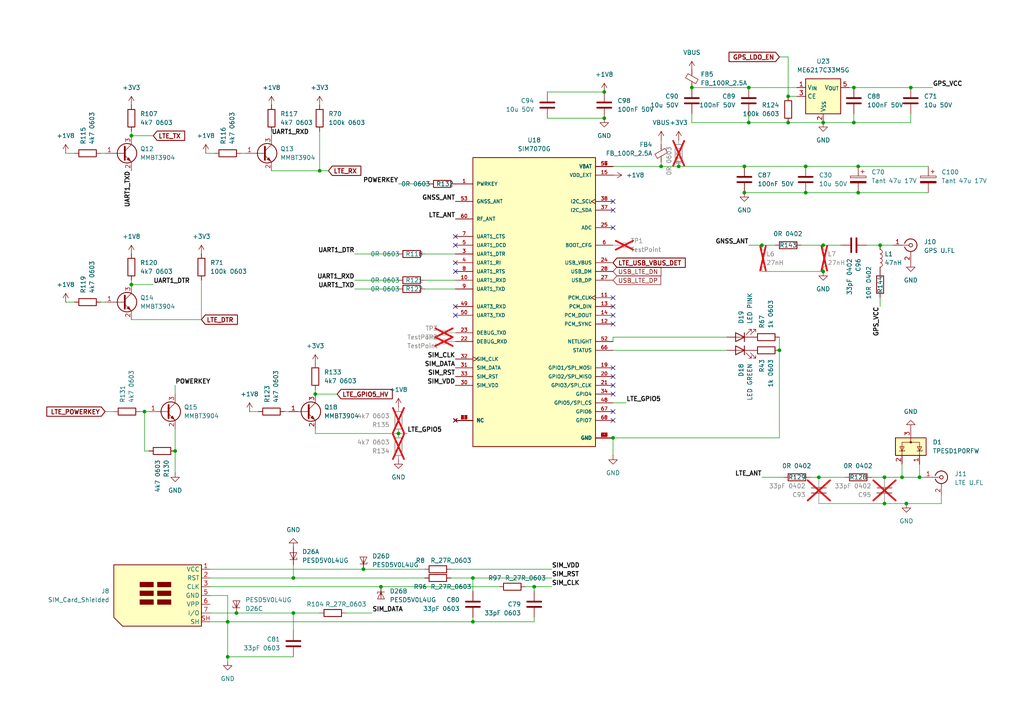
<source format=kicad_sch>
(kicad_sch (version 20250114) (generator "eeschema") (generator_version "9.0")
  (paper "A4")
  (title_block (title "VehicleMan") (date "2025-03-04") (rev "0") (company "©CC-BY-NC"))
  (junction (at 92.71 49.53))
  (junction (at 256.54 138.43))
  (junction (at 66.04 190.5))
  (junction (at 85.09 167.64))
  (junction (at 154.94 170.18))
  (junction (at 38.1 82.55))
  (junction (at 247.65 25.4))
  (junction (at 50.8 130.81))
  (junction (at 238.76 35.56))
  (junction (at 91.44 114.3))
  (junction (at 220.98 71.12))
  (junction (at 38.1 39.37))
  (junction (at 175.26 26.67))
  (junction (at 237.49 138.43))
  (junction (at 105.41 165.1))
  (junction (at 228.6 27.94))
  (junction (at 238.76 78.74))
  (junction (at 226.06 101.6))
  (junction (at 41.91 119.38))
  (junction (at 262.89 146.05))
  (junction (at 233.68 48.26))
  (junction (at 247.65 35.56))
  (junction (at 137.16 167.64))
  (junction (at 68.58 177.8))
  (junction (at 256.54 146.05))
  (junction (at 238.76 71.12))
  (junction (at 215.9 48.26))
  (junction (at 85.09 177.8))
  (junction (at 228.6 35.56))
  (junction (at 261.62 138.43))
  (junction (at 248.92 48.26))
  (junction (at 255.27 71.12))
  (junction (at 233.68 55.88))
  (junction (at 264.16 25.4))
  (junction (at 66.04 180.34))
  (junction (at 115.57 125.73))
  (junction (at 217.17 25.4))
  (junction (at 110.49 170.18))
  (junction (at 248.92 55.88))
  (junction (at 137.16 180.34))
  (junction (at 217.17 35.56))
  (junction (at 191.77 48.26))
  (junction (at 177.8 127))
  (junction (at 200.66 25.4))
  (junction (at 215.9 55.88))
  (junction (at 175.26 34.29))
  (junction (at 266.7 138.43))
  (junction (at 196.85 48.26))
  (no_connect (at 177.8 66.04))
  (no_connect (at 177.8 111.76))
  (no_connect (at 177.8 93.98))
  (no_connect (at 177.8 88.9))
  (no_connect (at 132.08 88.9))
  (no_connect (at 177.8 86.36))
  (no_connect (at 132.08 78.74))
  (no_connect (at 177.8 121.92))
  (no_connect (at 132.08 121.92))
  (no_connect (at 132.08 68.58))
  (no_connect (at 177.8 114.3))
  (no_connect (at 132.08 91.44))
  (no_connect (at 177.8 119.38))
  (no_connect (at 177.8 106.68))
  (no_connect (at 177.8 58.42))
  (no_connect (at 177.8 109.22))
  (no_connect (at 132.08 71.12))
  (no_connect (at 177.8 60.96))
  (no_connect (at 132.08 76.2))
  (no_connect (at 177.8 91.44))
  (wire (pts (xy 237.49 138.43) (xy 245.11 138.43)))
  (wire (pts (xy 92.71 49.53) (xy 95.25 49.53)))
  (wire (pts (xy 137.16 167.64) (xy 160.02 167.64)))
  (wire (pts (xy 217.17 71.12) (xy 220.98 71.12)))
  (wire (pts (xy 217.17 25.4) (xy 231.14 25.4)))
  (wire (pts (xy 177.8 127) (xy 177.8 132.08)))
  (wire (pts (xy 78.74 49.53) (xy 92.71 49.53)))
  (wire (pts (xy 82.55 119.38) (xy 83.82 119.38)))
  (wire (pts (xy 226.06 16.51) (xy 228.6 16.51)))
  (wire (pts (xy 177.8 116.84) (xy 181.61 116.84)))
  (wire (pts (xy 247.65 35.56) (xy 238.76 35.56)))
  (wire (pts (xy 226.06 101.6) (xy 226.06 127)))
  (wire (pts (xy 233.68 48.26) (xy 248.92 48.26)))
  (wire (pts (xy 38.1 38.1) (xy 38.1 39.37)))
  (wire (pts (xy 228.6 27.94) (xy 231.14 27.94)))
  (wire (pts (xy 264.16 35.56) (xy 247.65 35.56)))
  (wire (pts (xy 255.27 88.9) (xy 255.27 86.36)))
  (wire (pts (xy 237.49 146.05) (xy 256.54 146.05)))
  (wire (pts (xy 50.8 111.76) (xy 50.8 114.3)))
  (wire (pts (xy 264.16 25.4) (xy 270.51 25.4)))
  (wire (pts (xy 58.42 81.28) (xy 58.42 92.71)))
  (wire (pts (xy 175.26 26.67) (xy 158.75 26.67)))
  (wire (pts (xy 66.04 190.5) (xy 85.09 190.5)))
  (wire (pts (xy 100.33 177.8) (xy 107.95 177.8)))
  (wire (pts (xy 217.17 35.56) (xy 228.6 35.56)))
  (wire (pts (xy 68.58 177.8) (xy 85.09 177.8)))
  (wire (pts (xy 160.02 170.18) (xy 154.94 170.18)))
  (wire (pts (xy 228.6 35.56) (xy 238.76 35.56)))
  (wire (pts (xy 215.9 48.26) (xy 233.68 48.26)))
  (wire (pts (xy 50.8 124.46) (xy 50.8 130.81)))
  (wire (pts (xy 217.17 33.02) (xy 217.17 35.56)))
  (wire (pts (xy 110.49 170.18) (xy 144.78 170.18)))
  (wire (pts (xy 66.04 190.5) (xy 66.04 180.34)))
  (wire (pts (xy 266.7 138.43) (xy 267.97 138.43)))
  (wire (pts (xy 248.92 55.88) (xy 269.24 55.88)))
  (wire (pts (xy 105.41 165.1) (xy 123.19 165.1)))
  (wire (pts (xy 85.09 167.64) (xy 123.19 167.64)))
  (wire (pts (xy 137.16 167.64) (xy 137.16 171.45)))
  (wire (pts (xy 19.05 44.45) (xy 21.59 44.45)))
  (wire (pts (xy 115.57 125.73) (xy 118.11 125.73)))
  (wire (pts (xy 78.74 38.1) (xy 78.74 39.37)))
  (wire (pts (xy 154.94 171.45) (xy 154.94 170.18)))
  (wire (pts (xy 252.73 138.43) (xy 256.54 138.43)))
  (wire (pts (xy 38.1 81.28) (xy 38.1 82.55)))
  (wire (pts (xy 60.96 172.72) (xy 66.04 172.72)))
  (wire (pts (xy 60.96 165.1) (xy 105.41 165.1)))
  (wire (pts (xy 40.64 119.38) (xy 41.91 119.38)))
  (wire (pts (xy 59.69 44.45) (xy 62.23 44.45)))
  (wire (pts (xy 177.8 48.26) (xy 191.77 48.26)))
  (wire (pts (xy 92.71 38.1) (xy 92.71 49.53)))
  (wire (pts (xy 234.95 138.43) (xy 237.49 138.43)))
  (wire (pts (xy 102.87 81.28) (xy 115.57 81.28)))
  (wire (pts (xy 85.09 163.83) (xy 85.09 167.64)))
  (wire (pts (xy 137.16 179.07) (xy 137.16 180.34)))
  (wire (pts (xy 191.77 48.26) (xy 196.85 48.26)))
  (wire (pts (xy 266.7 134.62) (xy 266.7 138.43)))
  (wire (pts (xy 123.19 73.66) (xy 132.08 73.66)))
  (wire (pts (xy 191.77 40.64) (xy 191.77 41.91)))
  (wire (pts (xy 273.05 146.05) (xy 262.89 146.05)))
  (wire (pts (xy 85.09 177.8) (xy 92.71 177.8)))
  (wire (pts (xy 30.48 119.38) (xy 33.02 119.38)))
  (wire (pts (xy 220.98 78.74) (xy 238.76 78.74)))
  (wire (pts (xy 60.96 167.64) (xy 85.09 167.64)))
  (wire (pts (xy 246.38 25.4) (xy 247.65 25.4)))
  (wire (pts (xy 60.96 177.8) (xy 68.58 177.8)))
  (wire (pts (xy 72.39 119.38) (xy 74.93 119.38)))
  (wire (pts (xy 38.1 92.71) (xy 58.42 92.71)))
  (wire (pts (xy 196.85 48.26) (xy 215.9 48.26)))
  (wire (pts (xy 115.57 53.34) (xy 124.46 53.34)))
  (wire (pts (xy 220.98 71.12) (xy 224.79 71.12)))
  (wire (pts (xy 255.27 71.12) (xy 259.08 71.12)))
  (wire (pts (xy 43.18 130.81) (xy 41.91 130.81)))
  (wire (pts (xy 19.05 87.63) (xy 21.59 87.63)))
  (wire (pts (xy 256.54 138.43) (xy 261.62 138.43)))
  (wire (pts (xy 261.62 138.43) (xy 266.7 138.43)))
  (wire (pts (xy 152.4 170.18) (xy 154.94 170.18)))
  (wire (pts (xy 91.44 125.73) (xy 91.44 124.46)))
  (wire (pts (xy 154.94 179.07) (xy 154.94 180.34)))
  (wire (pts (xy 69.85 44.45) (xy 71.12 44.45)))
  (wire (pts (xy 200.66 25.4) (xy 217.17 25.4)))
  (wire (pts (xy 200.66 35.56) (xy 217.17 35.56)))
  (wire (pts (xy 233.68 55.88) (xy 248.92 55.88)))
  (wire (pts (xy 273.05 146.05) (xy 273.05 143.51)))
  (wire (pts (xy 264.16 33.02) (xy 264.16 35.56)))
  (wire (pts (xy 251.46 71.12) (xy 255.27 71.12)))
  (wire (pts (xy 102.87 83.82) (xy 115.57 83.82)))
  (wire (pts (xy 228.6 16.51) (xy 228.6 27.94)))
  (wire (pts (xy 232.41 71.12) (xy 238.76 71.12)))
  (wire (pts (xy 261.62 134.62) (xy 261.62 138.43)))
  (wire (pts (xy 29.21 87.63) (xy 30.48 87.63)))
  (wire (pts (xy 177.8 101.6) (xy 210.82 101.6)))
  (wire (pts (xy 210.82 97.79) (xy 177.8 97.79)))
  (wire (pts (xy 226.06 97.79) (xy 226.06 101.6)))
  (wire (pts (xy 256.54 146.05) (xy 262.89 146.05)))
  (wire (pts (xy 247.65 25.4) (xy 264.16 25.4)))
  (wire (pts (xy 66.04 180.34) (xy 137.16 180.34)))
  (wire (pts (xy 85.09 177.8) (xy 85.09 182.88)))
  (wire (pts (xy 130.81 165.1) (xy 160.02 165.1)))
  (wire (pts (xy 91.44 113.03) (xy 91.44 114.3)))
  (wire (pts (xy 137.16 180.34) (xy 154.94 180.34)))
  (wire (pts (xy 220.98 138.43) (xy 227.33 138.43)))
  (wire (pts (xy 60.96 180.34) (xy 66.04 180.34)))
  (wire (pts (xy 29.21 44.45) (xy 30.48 44.45)))
  (wire (pts (xy 41.91 119.38) (xy 43.18 119.38)))
  (wire (pts (xy 130.81 167.64) (xy 137.16 167.64)))
  (wire (pts (xy 60.96 170.18) (xy 110.49 170.18)))
  (wire (pts (xy 191.77 46.99) (xy 191.77 48.26)))
  (wire (pts (xy 38.1 82.55) (xy 44.45 82.55)))
  (wire (pts (xy 91.44 125.73) (xy 115.57 125.73)))
  (wire (pts (xy 38.1 39.37) (xy 44.45 39.37)))
  (wire (pts (xy 102.87 73.66) (xy 115.57 73.66)))
  (wire (pts (xy 226.06 127) (xy 177.8 127)))
  (wire (pts (xy 91.44 114.3) (xy 97.79 114.3)))
  (wire (pts (xy 215.9 55.88) (xy 233.68 55.88)))
  (wire (pts (xy 66.04 191.77) (xy 66.04 190.5)))
  (wire (pts (xy 200.66 33.02) (xy 200.66 35.56)))
  (wire (pts (xy 123.19 81.28) (xy 132.08 81.28)))
  (wire (pts (xy 177.8 97.79) (xy 177.8 99.06)))
  (wire (pts (xy 41.91 130.81) (xy 41.91 119.38)))
  (wire (pts (xy 50.8 130.81) (xy 50.8 137.16)))
  (wire (pts (xy 248.92 48.26) (xy 269.24 48.26)))
  (wire (pts (xy 247.65 33.02) (xy 247.65 35.56)))
  (wire (pts (xy 66.04 172.72) (xy 66.04 180.34)))
  (wire (pts (xy 158.75 34.29) (xy 175.26 34.29)))
  (wire (pts (xy 123.19 83.82) (xy 132.08 83.82)))
  (wire (pts (xy 238.76 71.12) (xy 243.84 71.12)))
  (label "SIM_RST" (at 132.08 109.22 180) (effects (font (thickness 0.254) (bold yes))))
  (label "GNSS_ANT" (at 132.08 58.42 180) (effects (font (thickness 0.254) (bold yes))))
  (label "GPS_VCC" (at 270.51 25.4 0) (effects (font (thickness 0.254) (bold yes))))
  (label "SIM_CLK" (at 132.08 104.14 180) (effects (font (thickness 0.254) (bold yes))))
  (label "SIM_CLK" (at 160.02 170.18 0) (effects (font (thickness 0.254) (bold yes))))
  (label "LTE_GPIO5" (at 181.61 116.84 0) (effects (font (thickness 0.254) (bold yes))))
  (label "GPS_VCC" (at 255.27 88.9 270) (effects (font (thickness 0.254) (bold yes))))
  (label "LTE_ANT" (at 132.08 63.5 180) (effects (font (thickness 0.254) (bold yes))))
  (label "UART1_TXD" (at 102.87 83.82 180) (effects (font (thickness 0.254) (bold yes))))
  (label "SIM_DATA" (at 132.08 106.68 180) (effects (font (thickness 0.254) (bold yes))))
  (label "SIM_DATA" (at 107.95 177.8 0) (effects (font (thickness 0.254) (bold yes))))
  (label "GNSS_ANT" (at 217.17 71.12 180) (effects (font (thickness 0.254) (bold yes))))
  (label "POWERKEY" (at 50.8 111.76 0) (effects (font (thickness 0.254) (bold yes))))
  (label "SIM_VDD" (at 132.08 111.76 180) (effects (font (thickness 0.254) (bold yes))))
  (label "LTE_GPIO5" (at 118.11 125.73 0) (effects (font (thickness 0.254) (bold yes))))
  (label "POWERKEY" (at 115.57 53.34 180) (effects (font (thickness 0.254) (bold yes))))
  (label "UART1_TXD" (at 38.1 49.53 270) (effects (font (thickness 0.254) (bold yes))))
  (label "LTE_ANT" (at 220.98 138.43 180) (effects (font (thickness 0.254) (bold yes))))
  (label "UART1_DTR" (at 102.87 73.66 180) (effects (font (thickness 0.254) (bold yes))))
  (label "SIM_RST" (at 160.02 167.64 0) (effects (font (thickness 0.254) (bold yes))))
  (label "UART1_DTR" (at 44.45 82.55 0) (effects (font (thickness 0.254) (bold yes))))
  (label "UART1_RXD" (at 102.87 81.28 180) (effects (font (thickness 0.254) (bold yes))))
  (label "UART1_RXD" (at 78.74 39.37 0) (effects (font (thickness 0.254) (bold yes))))
  (label "SIM_VDD" (at 160.02 165.1 0) (effects (font (thickness 0.254) (bold yes))))
  (global_label "LTE_TX" (shape input) (at 44.45 39.37 0) (effects (font (thickness 0.254) (bold yes))) (property "Intersheetrefs" "${INTERSHEET_REFS}" (effects (hide yes))))
  (global_label "GPS_LDO_EN" (shape input) (at 226.06 16.51 180) (effects (font (thickness 0.254) (bold yes))) (property "Intersheetrefs" "${INTERSHEET_REFS}" (effects (hide yes))))
  (global_label "USB_LTE_DP" (shape input) (at 177.8 81.28 0) (property "Intersheetrefs" "${INTERSHEET_REFS}" (effects (hide yes))))
  (global_label "LTE_RX" (shape input) (at 95.25 49.53 0) (effects (font (thickness 0.254) (bold yes))) (property "Intersheetrefs" "${INTERSHEET_REFS}" (effects (hide yes))))
  (global_label "LTE_DTR" (shape input) (at 58.42 92.71 0) (effects (font (thickness 0.254) (bold yes))) (property "Intersheetrefs" "${INTERSHEET_REFS}" (effects (hide yes))))
  (global_label "LTE_USB_VBUS_DET" (shape input) (at 177.8 76.2 0) (effects (font (thickness 0.254) (bold yes))) (property "Intersheetrefs" "${INTERSHEET_REFS}" (effects (hide yes))))
  (global_label "USB_LTE_DN" (shape input) (at 177.8 78.74 0) (property "Intersheetrefs" "${INTERSHEET_REFS}" (effects (hide yes))))
  (global_label "LTE_GPIO5_HV" (shape input) (at 97.79 114.3 0) (effects (font (thickness 0.254) (bold yes))) (property "Intersheetrefs" "${INTERSHEET_REFS}" (effects (hide yes))))
  (global_label "LTE_POWERKEY" (shape input) (at 30.48 119.38 180) (effects (font (thickness 0.254) (bold yes))) (property "Intersheetrefs" "${INTERSHEET_REFS}" (effects (hide yes))))
  (symbol (lib_id "power:GND") (at 238.76 35.56 0) (unit 1)
    (property "Reference" "#PWR0111" (effects (hide yes)))
    (property "Value" "GND" (at 238.76 40.64 0))
    (property "Description" "Power symbol creates a global label with name \"GND\" , ground" (effects (hide yes)))
  )
  (symbol (lib_id "Device:R") (at 255.27 82.55 0) (unit 1)
    (property "Reference" "R144" (at 255.27 85.09 90) (effects (justify left)))
    (property "Value" "10R 0402" (at 251.968 86.868 90) (effects (justify left)))
    (property "Footprint" "Resistor_SMD:R_0402_1005Metric" (effects (hide yes)))
    (property "Description" "Resistor" (effects (hide yes)))
    (property "LCSC" "C22859" (effects (hide yes)))
  )
  (symbol (lib_id "Device:L") (at 220.98 74.93 0) (unit 1) (dnp yes)
    (property "Reference" "L6" (at 222.25 73.6599 0) (effects (justify left)))
    (property "Value" "27nH" (at 222.25 76.1999 0) (effects (justify left)))
    (property "Footprint" "Inductor_SMD:L_0402_1005Metric" (effects (hide yes)))
    (property "Description" "Inductor" (effects (hide yes)))
    (property "LCSC" "C12669" (effects (hide yes)))
  )
  (symbol (lib_id "power:+1V8") (at 115.57 118.11 0) (unit 1)
    (property "Reference" "#PWR0133" (effects (hide yes)))
    (property "Value" "+1V8" (at 115.57 113.03 0))
    (property "Description" "Power symbol creates a global label with name \"+1V8\"" (effects (hide yes)))
  )
  (symbol (lib_id "power:+1V8") (at 177.8 50.8 270) (unit 1)
    (property "Reference" "#PWR081" (effects (hide yes)))
    (property "Value" "+1V8" (at 181.61 50.7999 90) (effects (justify left)))
    (property "Description" "Power symbol creates a global label with name \"+1V8\"" (effects (hide yes)))
  )
  (symbol (lib_id "Power_Protection:PESD5V0L4UG") (at 68.58 175.26 270) (mirror x) (unit 3)
    (property "Reference" "D26" (at 71.12 176.5301 90) (effects (justify left)))
    (property "Value" "PESD5V0L4UG" (at 71.12 173.9901 90) (effects (justify left)))
    (property "Footprint" "Package_TO_SOT_SMD:SOT-353_SC-70-5" (effects (hide yes)))
    (property "Datasheet" "https://assets.nexperia.com/documents/data-sheet/PESDXL4UF_G_W.pdf" (effects (hide yes)))
    (property "Description" "Low capacitance unidirectional quadruple ESD protection diode array, 5.0V, Common Anode, SOT-353" (effects (hide yes)))
    (property "LCSC" "C5116450" (effects (hide yes)))
  )
  (symbol (lib_id "Power_Protection:PESD5V0L4UG") (at 85.09 161.29 90) (unit 1)
    (property "Reference" "D26" (at 87.63 160.0199 90) (effects (justify right)))
    (property "Value" "PESD5V0L4UG" (at 87.63 162.5599 90) (effects (justify right)))
    (property "Footprint" "Package_TO_SOT_SMD:SOT-353_SC-70-5" (effects (hide yes)))
    (property "Datasheet" "https://assets.nexperia.com/documents/data-sheet/PESDXL4UF_G_W.pdf" (effects (hide yes)))
    (property "Description" "Low capacitance unidirectional quadruple ESD protection diode array, 5.0V, Common Anode, SOT-353" (effects (hide yes)))
    (property "LCSC" "C5116450" (effects (hide yes)))
  )
  (symbol (lib_id "Device:R") (at 38.1 34.29 0) (unit 1)
    (property "Reference" "R107" (at 40.64 33.0199 0) (effects (justify left)))
    (property "Value" "4k7 0603" (at 40.64 35.5599 0) (effects (justify left)))
    (property "Footprint" "Resistor_SMD:R_0603_1608Metric" (effects (hide yes)))
    (property "Description" "Resistor" (effects (hide yes)))
    (property "LCSC" "C99782" (effects (hide yes)))
  )
  (symbol (lib_id "Device:R") (at 115.57 129.54 180) (unit 1) (dnp yes)
    (property "Reference" "R134" (at 113.03 130.8101 0) (effects (justify left)))
    (property "Value" "4k7 0603" (at 113.03 128.2701 0) (effects (justify left)))
    (property "Footprint" "Resistor_SMD:R_0603_1608Metric" (effects (hide yes)))
    (property "Description" "Resistor" (effects (hide yes)))
    (property "LCSC" "C99782" (effects (hide yes)))
  )
  (symbol (lib_id "Device:C") (at 217.17 29.21 0) (unit 1)
    (property "Reference" "C89" (at 213.36 27.9399 0) (effects (justify right)))
    (property "Value" "100nF 50V" (at 213.36 30.4799 0) (effects (justify right)))
    (property "Footprint" "Capacitor_SMD:C_0603_1608Metric" (effects (hide yes)))
    (property "Description" "Unpolarized capacitor" (effects (hide yes)))
    (property "LCSC" "C14663" (effects (hide yes)))
  )
  (symbol (lib_id "Device:C") (at 200.66 29.21 0) (mirror y) (unit 1)
    (property "Reference" "C90" (at 196.85 27.9399 0) (effects (justify left)))
    (property "Value" "10u 50V" (at 196.85 30.4799 0) (effects (justify left)))
    (property "Footprint" "Capacitor_SMD:C_1206_3216Metric" (effects (hide yes)))
    (property "Description" "Unpolarized capacitor" (effects (hide yes)))
    (property "LCSC" "C13585" (effects (hide yes)))
  )
  (symbol (lib_id "Device:R") (at 119.38 73.66 270) (unit 1)
    (property "Reference" "R118" (at 117.602 73.66 90) (effects (justify left)))
    (property "Value" "0R 0603" (at 107.442 73.66 90) (effects (justify left)))
    (property "Footprint" "Resistor_SMD:R_0603_1608Metric" (effects (hide yes)))
    (property "Description" "Resistor" (effects (hide yes)))
    (property "LCSC" "C21189" (effects (hide yes)))
  )
  (symbol (lib_id "power:GND") (at 177.8 132.08 0) (unit 1)
    (property "Reference" "#PWR080" (effects (hide yes)))
    (property "Value" "GND" (at 177.8 137.16 0))
    (property "Description" "Power symbol creates a global label with name \"GND\" , ground" (effects (hide yes)))
  )
  (symbol (lib_id "Device:LED") (at 214.63 101.6 0) (mirror y) (unit 1)
    (property "Reference" "D18" (at 214.9474 105.41 90) (effects (justify right)))
    (property "Value" "LED GREEN" (at 217.4874 105.41 90) (effects (justify right)))
    (property "Footprint" "LED_SMD:LED_0805_2012Metric" (effects (hide yes)))
    (property "Description" "Light emitting diode" (effects (hide yes)))
    (property "Sim.Pins" "1=K 2=A" (effects (hide yes)))
    (property "LCSC" "C5875740" (effects (hide yes)))
  )
  (symbol (lib_id "Connector:Conn_Coaxial") (at 273.05 138.43 0) (unit 1)
    (property "Reference" "J11" (at 276.86 137.4531 0) (effects (justify left)))
    (property "Value" "LTE U.FL" (at 276.86 139.9931 0) (effects (justify left)))
    (property "Footprint" "Connector_Coaxial:U.FL_Hirose_U.FL-R-SMT-1_Vertical" (effects (hide yes)))
    (property "Datasheet" "https://www.lcsc.com/datasheet/lcsc_datasheet_2409272231_BAT-WIRELESS-BWIPX-1-001E_C496552.pdf" (effects (hide yes)))
    (property "Description" "coaxial connector (BNC, SMA, SMB, SMC, Cinch/RCA, LEMO, ...)" (effects (hide yes)))
    (property "LCSC" "C496552" (effects (hide yes)))
  )
  (symbol (lib_id "Power_Protection:PESD5V0L4UG") (at 105.41 162.56 90) (unit 4)
    (property "Reference" "D26" (at 107.95 161.2899 90) (effects (justify right)))
    (property "Value" "PESD5V0L4UG" (at 107.95 163.8299 90) (effects (justify right)))
    (property "Footprint" "Package_TO_SOT_SMD:SOT-353_SC-70-5" (effects (hide yes)))
    (property "Datasheet" "https://assets.nexperia.com/documents/data-sheet/PESDXL4UF_G_W.pdf" (effects (hide yes)))
    (property "Description" "Low capacitance unidirectional quadruple ESD protection diode array, 5.0V, Common Anode, SOT-353" (effects (hide yes)))
    (property "LCSC" "C5116450" (effects (hide yes)))
  )
  (symbol (lib_id "power:GND") (at 215.9 55.88 0) (unit 1)
    (property "Reference" "#PWR0110" (effects (hide yes)))
    (property "Value" "GND" (at 215.9 60.96 0))
    (property "Description" "Power symbol creates a global label with name \"GND\" , ground" (effects (hide yes)))
  )
  (symbol (lib_id "Device:LED") (at 214.63 97.79 180) (unit 1)
    (property "Reference" "D19" (at 214.9474 93.98 90) (effects (justify right)))
    (property "Value" "LED PINK" (at 217.4874 93.98 90) (effects (justify right)))
    (property "Footprint" "LED_SMD:LED_0805_2012Metric" (effects (hide yes)))
    (property "Description" "Light emitting diode" (effects (hide yes)))
    (property "Sim.Pins" "1=K 2=A" (effects (hide yes)))
    (property "LCSC" "C965821" (effects (hide yes)))
  )
  (symbol (lib_id "power:+1V8") (at 175.26 26.67 0) (unit 1)
    (property "Reference" "#PWR0117" (effects (hide yes)))
    (property "Value" "+1V8" (at 175.26 21.59 0))
    (property "Description" "Power symbol creates a global label with name \"+1V8\"" (effects (hide yes)))
  )
  (symbol (lib_id "Transistor_BJT:MMBT3904") (at 35.56 87.63 0) (unit 1)
    (property "Reference" "Q14" (at 40.64 86.3599 0) (effects (justify left)))
    (property "Value" "MMBT3904" (at 40.64 88.8999 0) (effects (justify left)))
    (property "Footprint" "Package_TO_SOT_SMD:SOT-23" (effects (hide yes)))
    (property "Datasheet" "https://www.onsemi.com/pdf/datasheet/pzt3904-d.pdf" (effects (hide yes)))
    (property "Description" "0.2A Ic, 40V Vce, Small Signal NPN Transistor, SOT-23" (effects (hide yes)))
  )
  (symbol (lib_id "Skrubis:R_27R_0603") (at 96.52 177.8 90) (unit 1)
    (property "Reference" "R104" (at 91.44 175.26 90))
    (property "Value" "R_27R_0603" (at 100.33 175.26 90))
    (property "Footprint" "Resistor_SMD:R_0603_1608Metric" (effects (hide yes)))
    (property "LCSC" "C101313" (effects (hide yes)))
    (property "Stock" "N" (effects (hide yes)))
  )
  (symbol (lib_id "power:VBUS") (at 200.66 20.32 0) (unit 1)
    (property "Reference" "#PWR0112" (effects (hide yes)))
    (property "Value" "VBUS" (at 200.66 15.24 0))
    (property "Description" "Power symbol creates a global label with name \"VBUS\"" (effects (hide yes)))
  )
  (symbol (lib_id "Transistor_BJT:MMBT3904") (at 48.26 119.38 0) (unit 1)
    (property "Reference" "Q15" (at 53.34 118.1099 0) (effects (justify left)))
    (property "Value" "MMBT3904" (at 53.34 120.6499 0) (effects (justify left)))
    (property "Footprint" "Package_TO_SOT_SMD:SOT-23" (effects (hide yes)))
    (property "Datasheet" "https://www.onsemi.com/pdf/datasheet/pzt3904-d.pdf" (effects (hide yes)))
    (property "Description" "0.2A Ic, 40V Vce, Small Signal NPN Transistor, SOT-23" (effects (hide yes)))
  )
  (symbol (lib_id "Device:R") (at 248.92 138.43 270) (unit 1)
    (property "Reference" "R128" (at 246.38 138.43 90) (effects (justify left)))
    (property "Value" "0R 0402" (at 244.602 135.128 90) (effects (justify left)))
    (property "Footprint" "Resistor_SMD:R_0402_1005Metric" (effects (hide yes)))
    (property "Description" "Resistor" (effects (hide yes)))
    (property "LCSC" "C106231" (effects (hide yes)))
  )
  (symbol (lib_id "Device:R") (at 38.1 77.47 0) (unit 1)
    (property "Reference" "R120" (at 40.64 76.1999 0) (effects (justify left)))
    (property "Value" "4k7 0603" (at 40.64 78.7399 0) (effects (justify left)))
    (property "Footprint" "Resistor_SMD:R_0603_1608Metric" (effects (hide yes)))
    (property "Description" "Resistor" (effects (hide yes)))
    (property "LCSC" "C99782" (effects (hide yes)))
  )
  (symbol (lib_id "Device:C") (at 154.94 175.26 0) (unit 1)
    (property "Reference" "C79" (at 151.13 175.26 0) (effects (justify right)))
    (property "Value" "33pF 0603" (at 151.13 177.8 0) (effects (justify right)))
    (property "Footprint" "Capacitor_SMD:C_0603_1608Metric" (effects (hide yes)))
    (property "Description" "Unpolarized capacitor" (effects (hide yes)))
    (property "LCSC" "C107047" (effects (hide yes)))
  )
  (symbol (lib_id "Device:C") (at 233.68 52.07 0) (unit 1)
    (property "Reference" "C30" (at 237.49 50.7999 0) (effects (justify left)))
    (property "Value" "10u 50V" (at 237.49 53.3399 0) (effects (justify left)))
    (property "Footprint" "Capacitor_SMD:C_1206_3216Metric" (effects (hide yes)))
    (property "Description" "Unpolarized capacitor" (effects (hide yes)))
    (property "LCSC" "C13585" (effects (hide yes)))
  )
  (symbol (lib_id "Skrubis:R_27R_0603") (at 148.59 170.18 90) (unit 1)
    (property "Reference" "R97" (at 143.51 167.64 90))
    (property "Value" "R_27R_0603" (at 152.4 167.64 90))
    (property "Footprint" "Resistor_SMD:R_0603_1608Metric" (effects (hide yes)))
    (property "LCSC" "C101313" (effects (hide yes)))
    (property "Stock" "N" (effects (hide yes)))
  )
  (symbol (lib_id "Device:R") (at 66.04 44.45 90) (unit 1)
    (property "Reference" "R116" (at 64.7699 41.91 0) (effects (justify left)))
    (property "Value" "4k7 0603" (at 67.3099 41.91 0) (effects (justify left)))
    (property "Footprint" "Resistor_SMD:R_0603_1608Metric" (effects (hide yes)))
    (property "Description" "Resistor" (effects (hide yes)))
    (property "LCSC" "C99782" (effects (hide yes)))
  )
  (symbol (lib_id "Device:R") (at 228.6 71.12 270) (unit 1)
    (property "Reference" "R143" (at 226.06 71.12 90) (effects (justify left)))
    (property "Value" "0R 0402" (at 224.282 67.818 90) (effects (justify left)))
    (property "Footprint" "Resistor_SMD:R_0402_1005Metric" (effects (hide yes)))
    (property "Description" "Resistor" (effects (hide yes)))
    (property "LCSC" "C106231" (effects (hide yes)))
  )
  (symbol (lib_id "Regulator_Linear:ME6211C33M5") (at 238.76 27.94 0) (unit 1)
    (property "Reference" "U23" (at 238.76 17.78 0))
    (property "Value" "ME6217C33M5G" (at 238.76 20.32 0))
    (property "Footprint" "Package_TO_SOT_SMD:SOT-23-5" (effects (hide yes)))
    (property "Datasheet" "https://www.lcsc.com/datasheet/lcsc_datasheet_2304140030_MICRONE-Nanjing-Micro-One-Elec-ME6211C33R5G_C235316.pdf" (effects (hide yes)))
    (property "Description" "500mA low dropout linear regulator, shutdown pin, 6.5V max input voltage, 3.3V fixed positive output, SOT-23-5" (effects (hide yes)))
    (property "LCSC" "C427602" (effects (hide yes)))
  )
  (symbol (lib_id "power:GND") (at 85.09 158.75 180) (unit 1)
    (property "Reference" "#PWR0145" (effects (hide yes)))
    (property "Value" "GND" (at 85.09 153.67 0))
    (property "Description" "Power symbol creates a global label with name \"GND\" , ground" (effects (hide yes)))
  )
  (symbol (lib_id "Device:R") (at 25.4 44.45 90) (unit 1)
    (property "Reference" "R115" (at 24.1299 41.91 0) (effects (justify left)))
    (property "Value" "4k7 0603" (at 26.6699 41.91 0) (effects (justify left)))
    (property "Footprint" "Resistor_SMD:R_0603_1608Metric" (effects (hide yes)))
    (property "Description" "Resistor" (effects (hide yes)))
    (property "LCSC" "C99782" (effects (hide yes)))
  )
  (symbol (lib_id "Device:R") (at 78.74 34.29 0) (unit 1)
    (property "Reference" "R117" (at 81.28 33.0199 0) (effects (justify left)))
    (property "Value" "4k7 0603" (at 81.28 35.5599 0) (effects (justify left)))
    (property "Footprint" "Resistor_SMD:R_0603_1608Metric" (effects (hide yes)))
    (property "Description" "Resistor" (effects (hide yes)))
    (property "LCSC" "C99782" (effects (hide yes)))
  )
  (symbol (lib_id "Device:C") (at 247.65 71.12 270) (mirror x) (unit 1)
    (property "Reference" "C96" (at 248.9201 74.93 0) (effects (justify right)))
    (property "Value" "33pF 0402" (at 246.3801 74.93 0) (effects (justify right)))
    (property "Footprint" "Capacitor_SMD:C_0402_1005Metric" (effects (hide yes)))
    (property "Description" "Unpolarized capacitor" (effects (hide yes)))
    (property "LCSC" "C1562" (effects (hide yes)))
  )
  (symbol (lib_id "Device:R") (at 128.27 53.34 270) (unit 1)
    (property "Reference" "R132" (at 126.492 53.34 90) (effects (justify left)))
    (property "Value" "0R 0603" (at 116.332 53.34 90) (effects (justify left)))
    (property "Footprint" "Resistor_SMD:R_0603_1608Metric" (effects (hide yes)))
    (property "Description" "Resistor" (effects (hide yes)))
    (property "LCSC" "C21189" (effects (hide yes)))
  )
  (symbol (lib_id "Connector:SIM_Card_Shielded") (at 48.26 172.72 0) (mirror y) (unit 1)
    (property "Reference" "J8" (at 31.75 171.4499 0) (effects (justify left)))
    (property "Value" "SIM_Card_Shielded" (at 31.75 173.9899 0) (effects (justify left)))
    (property "Footprint" "Connector_Card:nanoSIM_Hinged_CUI_NSIM-2-C" (effects (hide yes)))
    (property "Datasheet" "https://www.lcsc.com/datasheet/lcsc_datasheet_2411220100_XUNPU-SMN-305_C266890.pdf" (effects (hide yes)))
    (property "Description" "SIM Card" (effects (hide yes)))
    (property "LCSC" "C266890" (effects (hide yes)))
  )
  (symbol (lib_id "Skrubis:FB_100R_2.5A") (at 200.66 22.86 0) (unit 1)
    (property "Reference" "FB5" (at 203.2 21.5518 0) (effects (justify left)))
    (property "Value" "FB_100R_2.5A" (at 203.2 24.0918 0) (effects (justify left)))
    (property "Footprint" "Inductor_SMD:L_0603_1608Metric" (effects (hide yes)))
    (property "Datasheet" "https://datasheet.lcsc.com/lcsc/1811111122_FH--Guangdong-Fenghua-Advanced-Tech-CBW201209U101T_C74487.pdf" (effects (hide yes)))
    (property "LCSC" "C96995" (effects (hide yes)))
    (property "STOCK" "N" (effects (hide yes)))
  )
  (symbol (lib_id "Device:R") (at 46.99 130.81 270) (unit 1)
    (property "Reference" "R130" (at 48.2601 133.35 0) (effects (justify left)))
    (property "Value" "4k7 0603" (at 45.7201 133.35 0) (effects (justify left)))
    (property "Footprint" "Resistor_SMD:R_0603_1608Metric" (effects (hide yes)))
    (property "Description" "Resistor" (effects (hide yes)))
    (property "LCSC" "C99782" (effects (hide yes)))
  )
  (symbol (lib_id "Connector:TestPoint") (at 177.8 71.12 270) (unit 1) (in_bom no) (dnp yes)
    (property "Reference" "TP1" (at 182.88 69.8499 90) (effects (justify left)))
    (property "Value" "TestPoint" (at 182.88 72.3899 90) (effects (justify left)))
    (property "Footprint" "TestPoint:TestPoint_Pad_D1.0mm" (effects (hide yes)))
    (property "Description" "test point" (effects (hide yes)))
  )
  (symbol (lib_id "Device:R") (at 58.42 77.47 0) (unit 1)
    (property "Reference" "R71" (at 60.96 76.1999 0) (effects (justify left)))
    (property "Value" "100k 0603" (at 60.96 78.7399 0) (effects (justify left)))
    (property "Footprint" "Resistor_SMD:R_0603_1608Metric" (effects (hide yes)))
    (property "Description" "Resistor" (effects (hide yes)))
    (property "LCSC" "C14675" (effects (hide yes)))
  )
  (symbol (lib_id "power:GND") (at 264.16 124.46 0) (mirror x) (unit 1)
    (property "Reference" "#PWR0116" (effects (hide yes)))
    (property "Value" "GND" (at 264.16 119.38 0))
    (property "Description" "Power symbol creates a global label with name \"GND\" , ground" (effects (hide yes)))
  )
  (symbol (lib_id "power:GND") (at 262.89 146.05 0) (unit 1)
    (property "Reference" "#PWR0115" (effects (hide yes)))
    (property "Value" "GND" (at 262.89 151.13 0))
    (property "Description" "Power symbol creates a global label with name \"GND\" , ground" (effects (hide yes)))
  )
  (symbol (lib_id "power:GND") (at 50.8 137.16 0) (unit 1)
    (property "Reference" "#PWR0119" (effects (hide yes)))
    (property "Value" "GND" (at 50.8 142.24 0))
    (property "Description" "Power symbol creates a global label with name \"GND\" , ground" (effects (hide yes)))
  )
  (symbol (lib_id "Device:R") (at 36.83 119.38 90) (unit 1)
    (property "Reference" "R131" (at 35.5599 116.84 0) (effects (justify left)))
    (property "Value" "4k7 0603" (at 38.0999 116.84 0) (effects (justify left)))
    (property "Footprint" "Resistor_SMD:R_0603_1608Metric" (effects (hide yes)))
    (property "Description" "Resistor" (effects (hide yes)))
    (property "LCSC" "C99782" (effects (hide yes)))
  )
  (symbol (lib_id "power:+1V8") (at 19.05 87.63 0) (unit 1)
    (property "Reference" "#PWR0106" (effects (hide yes)))
    (property "Value" "+1V8" (at 19.05 82.55 0))
    (property "Description" "Power symbol creates a global label with name \"+1V8\"" (effects (hide yes)))
  )
  (symbol (lib_id "Connector:TestPoint") (at 132.08 99.06 90) (mirror x) (unit 1) (in_bom no) (dnp yes)
    (property "Reference" "TP2" (at 127 97.7899 90) (effects (justify left)))
    (property "Value" "TestPoint" (at 127 100.3299 90) (effects (justify left)))
    (property "Footprint" "TestPoint:TestPoint_Pad_D1.0mm" (effects (hide yes)))
    (property "Description" "test point" (effects (hide yes)))
  )
  (symbol (lib_id "Device:C") (at 215.9 52.07 0) (mirror y) (unit 1)
    (property "Reference" "C87" (at 219.71 50.7999 0) (effects (justify right)))
    (property "Value" "100nF 50V" (at 219.71 53.3399 0) (effects (justify right)))
    (property "Footprint" "Capacitor_SMD:C_0603_1608Metric" (effects (hide yes)))
    (property "Description" "Unpolarized capacitor" (effects (hide yes)))
    (property "LCSC" "C14663" (effects (hide yes)))
  )
  (symbol (lib_id "Device:R") (at 222.25 97.79 90) (unit 1)
    (property "Reference" "R67" (at 220.9799 95.25 0) (effects (justify left)))
    (property "Value" "1k 0603" (at 223.5199 95.25 0) (effects (justify left)))
    (property "Footprint" "Resistor_SMD:R_0603_1608Metric" (effects (hide yes)))
    (property "Description" "Resistor" (effects (hide yes)))
    (property "LCSC" "C2907113" (effects (hide yes)))
  )
  (symbol (lib_id "Device:C_Polarized") (at 248.92 52.07 0) (mirror y) (unit 1)
    (property "Reference" "C70" (at 252.73 49.9109 0) (effects (justify right)))
    (property "Value" "Tant 47u 17V" (at 252.73 52.4509 0) (effects (justify right)))
    (property "Footprint" "Capacitor_Tantalum_SMD:CP_EIA-3528-12_Kemet-T" (effects (hide yes)))
    (property "Description" "Polarized capacitor" (effects (hide yes)))
    (property "LCSC" "C136751" (effects (hide yes)))
  )
  (symbol (lib_id "Device:C") (at 137.16 175.26 0) (unit 1)
    (property "Reference" "C80" (at 133.35 173.9899 0) (effects (justify right)))
    (property "Value" "33pF 0603" (at 133.35 176.5299 0) (effects (justify right)))
    (property "Footprint" "Capacitor_SMD:C_0603_1608Metric" (effects (hide yes)))
    (property "Description" "Unpolarized capacitor" (effects (hide yes)))
    (property "LCSC" "C107047" (effects (hide yes)))
  )
  (symbol (lib_id "Device:R") (at 119.38 81.28 270) (unit 1)
    (property "Reference" "R121" (at 117.602 81.28 90) (effects (justify left)))
    (property "Value" "0R 0603" (at 107.442 81.28 90) (effects (justify left)))
    (property "Footprint" "Resistor_SMD:R_0603_1608Metric" (effects (hide yes)))
    (property "Description" "Resistor" (effects (hide yes)))
    (property "LCSC" "C21189" (effects (hide yes)))
  )
  (symbol (lib_id "power:GND") (at 66.04 191.77 0) (unit 1)
    (property "Reference" "#PWR082" (effects (hide yes)))
    (property "Value" "GND" (at 66.04 196.85 0))
    (property "Description" "Power symbol creates a global label with name \"GND\" , ground" (effects (hide yes)))
  )
  (symbol (lib_id "Device:C") (at 175.26 30.48 0) (mirror y) (unit 1)
    (property "Reference" "C98" (at 179.07 29.2099 0) (effects (justify right)))
    (property "Value" "100nF 50V" (at 179.07 31.7499 0) (effects (justify right)))
    (property "Footprint" "Capacitor_SMD:C_0603_1608Metric" (effects (hide yes)))
    (property "Description" "Unpolarized capacitor" (effects (hide yes)))
    (property "LCSC" "C14663" (effects (hide yes)))
  )
  (symbol (lib_id "Device:C") (at 237.49 142.24 0) (mirror x) (unit 1) (dnp yes)
    (property "Reference" "C93" (at 233.68 143.5101 0) (effects (justify right)))
    (property "Value" "33pF 0402" (at 233.68 140.9701 0) (effects (justify right)))
    (property "Footprint" "Capacitor_SMD:C_0402_1005Metric" (effects (hide yes)))
    (property "Description" "Unpolarized capacitor" (effects (hide yes)))
    (property "LCSC" "C1562" (effects (hide yes)))
  )
  (symbol (lib_id "power:+1V8") (at 19.05 44.45 0) (unit 1)
    (property "Reference" "#PWR0100" (effects (hide yes)))
    (property "Value" "+1V8" (at 19.05 39.37 0))
    (property "Description" "Power symbol creates a global label with name \"+1V8\"" (effects (hide yes)))
  )
  (symbol (lib_id "power:VBUS") (at 191.77 40.64 0) (unit 1)
    (property "Reference" "#PWR099" (effects (hide yes)))
    (property "Value" "VBUS" (at 191.77 35.56 0))
    (property "Description" "Power symbol creates a global label with name \"VBUS\"" (effects (hide yes)))
  )
  (symbol (lib_id "power:+1V8") (at 72.39 119.38 0) (unit 1)
    (property "Reference" "#PWR0130" (effects (hide yes)))
    (property "Value" "+1V8" (at 72.39 114.3 0))
    (property "Description" "Power symbol creates a global label with name \"+1V8\"" (effects (hide yes)))
  )
  (symbol (lib_id "Skrubis:R_27R_0603") (at 127 165.1 90) (unit 1)
    (property "Reference" "R8" (at 121.92 162.56 90))
    (property "Value" "R_27R_0603" (at 130.81 162.56 90))
    (property "Footprint" "Resistor_SMD:R_0603_1608Metric" (effects (hide yes)))
    (property "LCSC" "C101313" (effects (hide yes)))
    (property "Stock" "N" (effects (hide yes)))
  )
  (symbol (lib_id "Device:C_Polarized") (at 269.24 52.07 0) (mirror y) (unit 1)
    (property "Reference" "C100" (at 273.05 49.9109 0) (effects (justify right)))
    (property "Value" "Tant 47u 17V" (at 273.05 52.4509 0) (effects (justify right)))
    (property "Footprint" "Capacitor_Tantalum_SMD:CP_EIA-3528-12_Kemet-T" (effects (hide yes)))
    (property "Description" "Polarized capacitor" (effects (hide yes)))
    (property "LCSC" "C136751" (effects (hide yes)))
  )
  (symbol (lib_id "power:GND") (at 238.76 78.74 0) (unit 1)
    (property "Reference" "#PWR0114" (effects (hide yes)))
    (property "Value" "GND" (at 238.76 83.82 0))
    (property "Description" "Power symbol creates a global label with name \"GND\" , ground" (effects (hide yes)))
  )
  (symbol (lib_id "power:+1V8") (at 38.1 73.66 0) (unit 1)
    (property "Reference" "#PWR0107" (effects (hide yes)))
    (property "Value" "+1V8" (at 38.1 68.58 0))
    (property "Description" "Power symbol creates a global label with name \"+1V8\"" (effects (hide yes)))
  )
  (symbol (lib_id "power:+1V8") (at 78.74 30.48 0) (unit 1)
    (property "Reference" "#PWR0103" (effects (hide yes)))
    (property "Value" "+1V8" (at 78.74 25.4 0))
    (property "Description" "Power symbol creates a global label with name \"+1V8\"" (effects (hide yes)))
  )
  (symbol (lib_id "Skrubis:FB_100R_2.5A") (at 191.77 44.45 0) (mirror x) (unit 1)
    (property "Reference" "FB4" (at 189.23 41.948 0) (effects (justify right)))
    (property "Value" "FB_100R_2.5A" (at 189.23 44.488 0) (effects (justify right)))
    (property "Footprint" "Inductor_SMD:L_0603_1608Metric" (effects (hide yes)))
    (property "Datasheet" "https://datasheet.lcsc.com/lcsc/1811111122_FH--Guangdong-Fenghua-Advanced-Tech-CBW201209U101T_C74487.pdf" (effects (hide yes)))
    (property "LCSC" "C96995" (effects (hide yes)))
    (property "STOCK" "N" (effects (hide yes)))
  )
  (symbol (lib_id "Device:R") (at 119.38 83.82 270) (unit 1)
    (property "Reference" "R122" (at 117.602 83.82 90) (effects (justify left)))
    (property "Value" "0R 0603" (at 107.442 83.82 90) (effects (justify left)))
    (property "Footprint" "Resistor_SMD:R_0603_1608Metric" (effects (hide yes)))
    (property "Description" "Resistor" (effects (hide yes)))
    (property "LCSC" "C21189" (effects (hide yes)))
  )
  (symbol (lib_id "Transistor_BJT:MMBT3904") (at 88.9 119.38 0) (unit 1)
    (property "Reference" "Q18" (at 93.98 118.1099 0) (effects (justify left)))
    (property "Value" "MMBT3904" (at 93.98 120.6499 0) (effects (justify left)))
    (property "Footprint" "Package_TO_SOT_SMD:SOT-23" (effects (hide yes)))
    (property "Datasheet" "https://www.onsemi.com/pdf/datasheet/pzt3904-d.pdf" (effects (hide yes)))
    (property "Description" "0.2A Ic, 40V Vce, Small Signal NPN Transistor, SOT-23" (effects (hide yes)))
  )
  (symbol (lib_id "Device:R") (at 115.57 121.92 180) (unit 1) (dnp yes)
    (property "Reference" "R135" (at 113.03 123.1901 0) (effects (justify left)))
    (property "Value" "4k7 0603" (at 113.03 120.6501 0) (effects (justify left)))
    (property "Footprint" "Resistor_SMD:R_0603_1608Metric" (effects (hide yes)))
    (property "Description" "Resistor" (effects (hide yes)))
    (property "LCSC" "C99782" (effects (hide yes)))
  )
  (symbol (lib_id "Power_Protection:SP0502BAJT") (at 264.16 129.54 180) (unit 1)
    (property "Reference" "D1" (at 270.51 128.2699 0) (effects (justify right)))
    (property "Value" "TPESD1P0RFW" (at 270.51 130.8099 0) (effects (justify right)))
    (property "Footprint" "Package_TO_SOT_SMD:SOT-323_SC-70" (effects (hide yes)))
    (property "Datasheet" "https://www.lcsc.com/datasheet/lcsc_datasheet_2005131807_TECH-PUBLIC-TPESD1P0RFW_C521956.pdf" (effects (hide yes)))
    (property "Description" "TVS Diode Array, 5.5V Standoff, 2 Channels, SC-70 package" (effects (hide yes)))
    (property "LCSC" "C521956" (effects (hide yes)))
  )
  (symbol (lib_id "Device:R") (at 91.44 109.22 0) (unit 1)
    (property "Reference" "R133" (at 93.98 107.9499 0) (effects (justify left)))
    (property "Value" "4k7 0603" (at 93.98 110.4899 0) (effects (justify left)))
    (property "Footprint" "Resistor_SMD:R_0603_1608Metric" (effects (hide yes)))
    (property "Description" "Resistor" (effects (hide yes)))
    (property "LCSC" "C99782" (effects (hide yes)))
  )
  (symbol (lib_id "power:GND") (at 175.26 34.29 0) (unit 1)
    (property "Reference" "#PWR0118" (effects (hide yes)))
    (property "Value" "GND" (at 175.26 39.37 0))
    (property "Description" "Power symbol creates a global label with name \"GND\" , ground" (effects (hide yes)))
  )
  (symbol (lib_id "Device:L") (at 255.27 74.93 0) (unit 1)
    (property "Reference" "L1" (at 256.54 73.6599 0) (effects (justify left)))
    (property "Value" "47nH" (at 256.54 76.1999 0) (effects (justify left)))
    (property "Footprint" "Inductor_SMD:L_0402_1005Metric" (effects (hide yes)))
    (property "Description" "Inductor" (effects (hide yes)))
    (property "LCSC" "C97998" (effects (hide yes)))
  )
  (symbol (lib_id "Connector:Conn_Coaxial") (at 264.16 71.12 0) (unit 1)
    (property "Reference" "J10" (at 267.97 70.1431 0) (effects (justify left)))
    (property "Value" "GPS U.FL" (at 267.97 72.6831 0) (effects (justify left)))
    (property "Footprint" "Connector_Coaxial:U.FL_Hirose_U.FL-R-SMT-1_Vertical" (effects (hide yes)))
    (property "Datasheet" "https://www.lcsc.com/datasheet/lcsc_datasheet_2409272231_BAT-WIRELESS-BWIPX-1-001E_C496552.pdf" (effects (hide yes)))
    (property "Description" "coaxial connector (BNC, SMA, SMB, SMC, Cinch/RCA, LEMO, ...)" (effects (hide yes)))
    (property "LCSC" "C496552" (effects (hide yes)))
  )
  (symbol (lib_id "Device:R") (at 228.6 31.75 0) (mirror y) (unit 1)
    (property "Reference" "R124" (at 226.06 30.4799 0) (effects (justify left)))
    (property "Value" "100k 0603" (at 226.06 33.0199 0) (effects (justify left)))
    (property "Footprint" "Resistor_SMD:R_0603_1608Metric" (effects (hide yes)))
    (property "Description" "Resistor" (effects (hide yes)))
    (property "LCSC" "C14675" (effects (hide yes)))
  )
  (symbol (lib_id "Device:C") (at 247.65 29.21 0) (mirror y) (unit 1)
    (property "Reference" "C88" (at 251.46 27.9399 0) (effects (justify right)))
    (property "Value" "100nF 50V" (at 251.46 30.4799 0) (effects (justify right)))
    (property "Footprint" "Capacitor_SMD:C_0603_1608Metric" (effects (hide yes)))
    (property "Description" "Unpolarized capacitor" (effects (hide yes)))
    (property "LCSC" "C14663" (effects (hide yes)))
  )
  (symbol (lib_id "Device:R") (at 78.74 119.38 90) (unit 1)
    (property "Reference" "R123" (at 77.4699 116.84 0) (effects (justify left)))
    (property "Value" "4k7 0603" (at 80.0099 116.84 0) (effects (justify left)))
    (property "Footprint" "Resistor_SMD:R_0603_1608Metric" (effects (hide yes)))
    (property "Description" "Resistor" (effects (hide yes)))
    (property "LCSC" "C99782" (effects (hide yes)))
  )
  (symbol (lib_id "power:+3V3") (at 58.42 73.66 0) (unit 1)
    (property "Reference" "#PWR0108" (effects (hide yes)))
    (property "Value" "+3V3" (at 58.42 68.58 0))
    (property "Description" "Power symbol creates a global label with name \"+3V3\"" (effects (hide yes)))
  )
  (symbol (lib_id "Device:R") (at 196.85 44.45 0) (mirror x) (unit 1) (dnp yes)
    (property "Reference" "R106" (at 196.85 42.672 90) (effects (justify left)))
    (property "Value" "0R 0603" (at 194.056 42.418 90) (effects (justify left)))
    (property "Footprint" "Resistor_SMD:R_0603_1608Metric" (effects (hide yes)))
    (property "Description" "Resistor" (effects (hide yes)))
    (property "LCSC" "C21189" (effects (hide yes)))
  )
  (symbol (lib_id "Device:R") (at 25.4 87.63 90) (unit 1)
    (property "Reference" "R119" (at 24.1299 85.09 0) (effects (justify left)))
    (property "Value" "4k7 0603" (at 26.6699 85.09 0) (effects (justify left)))
    (property "Footprint" "Resistor_SMD:R_0603_1608Metric" (effects (hide yes)))
    (property "Description" "Resistor" (effects (hide yes)))
    (property "LCSC" "C99782" (effects (hide yes)))
  )
  (symbol (lib_id "vehicle-manager:SIM7070G") (at 154.94 88.9 0) (unit 1)
    (property "Reference" "U18" (at 154.94 40.64 0))
    (property "Value" "SIM7070G" (at 154.94 43.18 0))
    (property "Footprint" "vehicle-manager:SIM7070G" (effects (hide yes)))
    (property "Datasheet" "https://cdn.promelec.ru/upload/items/2021/04/15/sim7070_hardware_design_.pdf" (effects (hide yes)))
    (property "LCSC" "C2892847" (effects (hide yes)))
  )
  (symbol (lib_id "Skrubis:R_27R_0603") (at 127 167.64 90) (mirror x) (unit 1)
    (property "Reference" "R96" (at 121.92 170.18 90))
    (property "Value" "R_27R_0603" (at 130.81 170.18 90))
    (property "Footprint" "Resistor_SMD:R_0603_1608Metric" (effects (hide yes)))
    (property "LCSC" "C101313" (effects (hide yes)))
    (property "Stock" "N" (effects (hide yes)))
  )
  (symbol (lib_id "Device:C") (at 256.54 142.24 0) (mirror x) (unit 1) (dnp yes)
    (property "Reference" "C95" (at 252.73 143.5101 0) (effects (justify right)))
    (property "Value" "33pF 0402" (at 252.73 140.9701 0) (effects (justify right)))
    (property "Footprint" "Capacitor_SMD:C_0402_1005Metric" (effects (hide yes)))
    (property "Description" "Unpolarized capacitor" (effects (hide yes)))
    (property "LCSC" "C1562" (effects (hide yes)))
  )
  (symbol (lib_id "Device:C") (at 158.75 30.48 0) (mirror y) (unit 1)
    (property "Reference" "C94" (at 154.94 29.2099 0) (effects (justify left)))
    (property "Value" "10u 50V" (at 154.94 31.7499 0) (effects (justify left)))
    (property "Footprint" "Capacitor_SMD:C_1206_3216Metric" (effects (hide yes)))
    (property "Description" "Unpolarized capacitor" (effects (hide yes)))
    (property "LCSC" "C13585" (effects (hide yes)))
  )
  (symbol (lib_id "Device:C") (at 264.16 29.21 0) (unit 1)
    (property "Reference" "C71" (at 267.97 27.9399 0) (effects (justify left)))
    (property "Value" "10u 50V" (at 267.97 30.4799 0) (effects (justify left)))
    (property "Footprint" "Capacitor_SMD:C_1206_3216Metric" (effects (hide yes)))
    (property "Description" "Unpolarized capacitor" (effects (hide yes)))
    (property "LCSC" "C13585" (effects (hide yes)))
  )
  (symbol (lib_id "power:GND") (at 115.57 133.35 0) (unit 1)
    (property "Reference" "#PWR0132" (effects (hide yes)))
    (property "Value" "GND" (at 115.57 138.43 0))
    (property "Description" "Power symbol creates a global label with name \"GND\" , ground" (effects (hide yes)))
  )
  (symbol (lib_id "Power_Protection:PESD5V0L4UG") (at 110.49 172.72 270) (unit 2)
    (property "Reference" "D26" (at 113.03 171.4499 90) (effects (justify left)))
    (property "Value" "PESD5V0L4UG" (at 113.03 173.9899 90) (effects (justify left)))
    (property "Footprint" "Package_TO_SOT_SMD:SOT-353_SC-70-5" (effects (hide yes)))
    (property "Datasheet" "https://assets.nexperia.com/documents/data-sheet/PESDXL4UF_G_W.pdf" (effects (hide yes)))
    (property "Description" "Low capacitance unidirectional quadruple ESD protection diode array, 5.0V, Common Anode, SOT-353" (effects (hide yes)))
    (property "LCSC" "C5116450" (effects (hide yes)))
  )
  (symbol (lib_id "Transistor_BJT:MMBT3904") (at 76.2 44.45 0) (unit 1)
    (property "Reference" "Q13" (at 81.28 43.1799 0) (effects (justify left)))
    (property "Value" "MMBT3904" (at 81.28 45.7199 0) (effects (justify left)))
    (property "Footprint" "Package_TO_SOT_SMD:SOT-23" (effects (hide yes)))
    (property "Datasheet" "https://www.onsemi.com/pdf/datasheet/pzt3904-d.pdf" (effects (hide yes)))
    (property "Description" "0.2A Ic, 40V Vce, Small Signal NPN Transistor, SOT-23" (effects (hide yes)))
  )
  (symbol (lib_id "Connector:TestPoint") (at 132.08 96.52 90) (mirror x) (unit 1) (in_bom no) (dnp yes)
    (property "Reference" "TP3" (at 127 95.2499 90) (effects (justify left)))
    (property "Value" "TestPoint" (at 127 97.7899 90) (effects (justify left)))
    (property "Footprint" "TestPoint:TestPoint_Pad_D1.0mm" (effects (hide yes)))
    (property "Description" "test point" (effects (hide yes)))
  )
  (symbol (lib_id "Transistor_BJT:MMBT3904") (at 35.56 44.45 0) (unit 1)
    (property "Reference" "Q12" (at 40.64 43.1799 0) (effects (justify left)))
    (property "Value" "MMBT3904" (at 40.64 45.7199 0) (effects (justify left)))
    (property "Footprint" "Package_TO_SOT_SMD:SOT-23" (effects (hide yes)))
    (property "Datasheet" "https://www.onsemi.com/pdf/datasheet/pzt3904-d.pdf" (effects (hide yes)))
    (property "Description" "0.2A Ic, 40V Vce, Small Signal NPN Transistor, SOT-23" (effects (hide yes)))
  )
  (symbol (lib_id "Device:R") (at 92.71 34.29 0) (unit 1)
    (property "Reference" "R70" (at 95.25 33.0199 0) (effects (justify left)))
    (property "Value" "100k 0603" (at 95.25 35.5599 0) (effects (justify left)))
    (property "Footprint" "Resistor_SMD:R_0603_1608Metric" (effects (hide yes)))
    (property "Description" "Resistor" (effects (hide yes)))
    (property "LCSC" "C14675" (effects (hide yes)))
  )
  (symbol (lib_id "power:+3V3") (at 38.1 30.48 0) (unit 1)
    (property "Reference" "#PWR0101" (effects (hide yes)))
    (property "Value" "+3V3" (at 38.1 25.4 0))
    (property "Description" "Power symbol creates a global label with name \"+3V3\"" (effects (hide yes)))
  )
  (symbol (lib_id "Device:R") (at 222.25 101.6 90) (mirror x) (unit 1)
    (property "Reference" "R43" (at 220.9799 104.14 0) (effects (justify left)))
    (property "Value" "1k 0603" (at 223.5199 104.14 0) (effects (justify left)))
    (property "Footprint" "Resistor_SMD:R_0603_1608Metric" (effects (hide yes)))
    (property "Description" "Resistor" (effects (hide yes)))
    (property "LCSC" "C2907113" (effects (hide yes)))
  )
  (symbol (lib_id "Device:C") (at 85.09 186.69 0) (unit 1)
    (property "Reference" "C81" (at 81.28 185.4199 0) (effects (justify right)))
    (property "Value" "33pF 0603" (at 81.28 187.9599 0) (effects (justify right)))
    (property "Footprint" "Capacitor_SMD:C_0603_1608Metric" (effects (hide yes)))
    (property "Description" "Unpolarized capacitor" (effects (hide yes)))
    (property "LCSC" "C107047" (effects (hide yes)))
  )
  (symbol (lib_id "Device:L") (at 238.76 74.93 0) (unit 1) (dnp yes)
    (property "Reference" "L7" (at 240.03 73.6599 0) (effects (justify left)))
    (property "Value" "27nH" (at 240.03 76.1999 0) (effects (justify left)))
    (property "Footprint" "Inductor_SMD:L_0402_1005Metric" (effects (hide yes)))
    (property "Description" "Inductor" (effects (hide yes)))
    (property "LCSC" "C12669" (effects (hide yes)))
  )
  (symbol (lib_id "power:+3V3") (at 196.85 40.64 0) (unit 1)
    (property "Reference" "#PWR0109" (effects (hide yes)))
    (property "Value" "+3V3" (at 196.85 35.56 0))
    (property "Description" "Power symbol creates a global label with name \"+3V3\"" (effects (hide yes)))
  )
  (symbol (lib_id "power:+1V8") (at 59.69 44.45 0) (unit 1)
    (property "Reference" "#PWR0102" (effects (hide yes)))
    (property "Value" "+1V8" (at 59.69 39.37 0))
    (property "Description" "Power symbol creates a global label with name \"+1V8\"" (effects (hide yes)))
  )
  (symbol (lib_id "power:+3V3") (at 91.44 105.41 0) (unit 1)
    (property "Reference" "#PWR0131" (effects (hide yes)))
    (property "Value" "+3V3" (at 91.44 100.33 0))
    (property "Description" "Power symbol creates a global label with name \"+3V3\"" (effects (hide yes)))
  )
  (symbol (lib_id "power:GND") (at 264.16 76.2 0) (unit 1)
    (property "Reference" "#PWR0113" (effects (hide yes)))
    (property "Value" "GND" (at 264.16 81.28 0))
    (property "Description" "Power symbol creates a global label with name \"GND\" , ground" (effects (hide yes)))
  )
  (symbol (lib_id "Device:R") (at 231.14 138.43 270) (unit 1)
    (property "Reference" "R129" (at 228.6 138.43 90) (effects (justify left)))
    (property "Value" "0R 0402" (at 226.822 135.128 90) (effects (justify left)))
    (property "Footprint" "Resistor_SMD:R_0402_1005Metric" (effects (hide yes)))
    (property "Description" "Resistor" (effects (hide yes)))
    (property "LCSC" "C106231" (effects (hide yes)))
  )
  (symbol (lib_id "power:+3V3") (at 92.71 30.48 0) (unit 1)
    (property "Reference" "#PWR0105" (effects (hide yes)))
    (property "Value" "+3V3" (at 92.71 25.4 0))
    (property "Description" "Power symbol creates a global label with name \"+3V3\"" (effects (hide yes)))
  )
)
</source>
